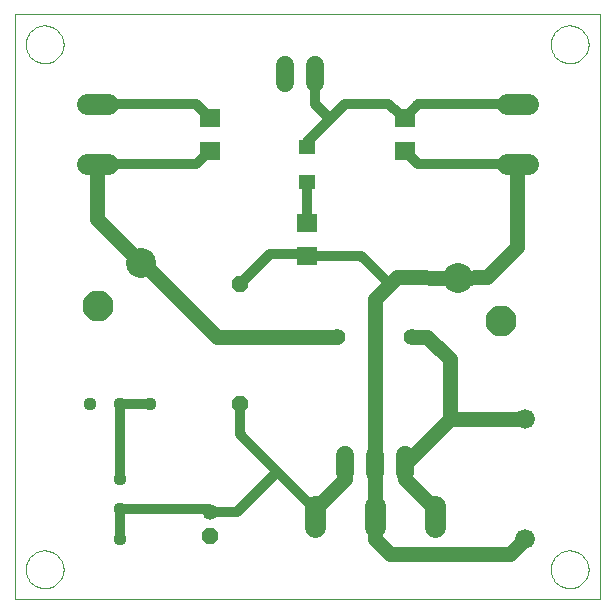
<source format=gtl>
G75*
%MOIN*%
%OFA0B0*%
%FSLAX24Y24*%
%IPPOS*%
%LPD*%
%AMOC8*
5,1,8,0,0,1.08239X$1,22.5*
%
%ADD10C,0.0000*%
%ADD11C,0.0660*%
%ADD12R,0.0709X0.0630*%
%ADD13OC8,0.0520*%
%ADD14C,0.0520*%
%ADD15C,0.0440*%
%ADD16C,0.1000*%
%ADD17C,0.0200*%
%ADD18C,0.0600*%
%ADD19C,0.0705*%
%ADD20R,0.0710X0.0630*%
%ADD21R,0.0551X0.0472*%
%ADD22C,0.0500*%
%ADD23C,0.0320*%
%ADD24C,0.0560*%
D10*
X000100Y000100D02*
X000100Y019600D01*
X019600Y019600D01*
X019600Y000100D01*
X000100Y000100D01*
X000470Y001100D02*
X000472Y001150D01*
X000478Y001200D01*
X000488Y001249D01*
X000502Y001297D01*
X000519Y001344D01*
X000540Y001389D01*
X000565Y001433D01*
X000593Y001474D01*
X000625Y001513D01*
X000659Y001550D01*
X000696Y001584D01*
X000736Y001614D01*
X000778Y001641D01*
X000822Y001665D01*
X000868Y001686D01*
X000915Y001702D01*
X000963Y001715D01*
X001013Y001724D01*
X001062Y001729D01*
X001113Y001730D01*
X001163Y001727D01*
X001212Y001720D01*
X001261Y001709D01*
X001309Y001694D01*
X001355Y001676D01*
X001400Y001654D01*
X001443Y001628D01*
X001484Y001599D01*
X001523Y001567D01*
X001559Y001532D01*
X001591Y001494D01*
X001621Y001454D01*
X001648Y001411D01*
X001671Y001367D01*
X001690Y001321D01*
X001706Y001273D01*
X001718Y001224D01*
X001726Y001175D01*
X001730Y001125D01*
X001730Y001075D01*
X001726Y001025D01*
X001718Y000976D01*
X001706Y000927D01*
X001690Y000879D01*
X001671Y000833D01*
X001648Y000789D01*
X001621Y000746D01*
X001591Y000706D01*
X001559Y000668D01*
X001523Y000633D01*
X001484Y000601D01*
X001443Y000572D01*
X001400Y000546D01*
X001355Y000524D01*
X001309Y000506D01*
X001261Y000491D01*
X001212Y000480D01*
X001163Y000473D01*
X001113Y000470D01*
X001062Y000471D01*
X001013Y000476D01*
X000963Y000485D01*
X000915Y000498D01*
X000868Y000514D01*
X000822Y000535D01*
X000778Y000559D01*
X000736Y000586D01*
X000696Y000616D01*
X000659Y000650D01*
X000625Y000687D01*
X000593Y000726D01*
X000565Y000767D01*
X000540Y000811D01*
X000519Y000856D01*
X000502Y000903D01*
X000488Y000951D01*
X000478Y001000D01*
X000472Y001050D01*
X000470Y001100D01*
X000470Y018600D02*
X000472Y018650D01*
X000478Y018700D01*
X000488Y018749D01*
X000502Y018797D01*
X000519Y018844D01*
X000540Y018889D01*
X000565Y018933D01*
X000593Y018974D01*
X000625Y019013D01*
X000659Y019050D01*
X000696Y019084D01*
X000736Y019114D01*
X000778Y019141D01*
X000822Y019165D01*
X000868Y019186D01*
X000915Y019202D01*
X000963Y019215D01*
X001013Y019224D01*
X001062Y019229D01*
X001113Y019230D01*
X001163Y019227D01*
X001212Y019220D01*
X001261Y019209D01*
X001309Y019194D01*
X001355Y019176D01*
X001400Y019154D01*
X001443Y019128D01*
X001484Y019099D01*
X001523Y019067D01*
X001559Y019032D01*
X001591Y018994D01*
X001621Y018954D01*
X001648Y018911D01*
X001671Y018867D01*
X001690Y018821D01*
X001706Y018773D01*
X001718Y018724D01*
X001726Y018675D01*
X001730Y018625D01*
X001730Y018575D01*
X001726Y018525D01*
X001718Y018476D01*
X001706Y018427D01*
X001690Y018379D01*
X001671Y018333D01*
X001648Y018289D01*
X001621Y018246D01*
X001591Y018206D01*
X001559Y018168D01*
X001523Y018133D01*
X001484Y018101D01*
X001443Y018072D01*
X001400Y018046D01*
X001355Y018024D01*
X001309Y018006D01*
X001261Y017991D01*
X001212Y017980D01*
X001163Y017973D01*
X001113Y017970D01*
X001062Y017971D01*
X001013Y017976D01*
X000963Y017985D01*
X000915Y017998D01*
X000868Y018014D01*
X000822Y018035D01*
X000778Y018059D01*
X000736Y018086D01*
X000696Y018116D01*
X000659Y018150D01*
X000625Y018187D01*
X000593Y018226D01*
X000565Y018267D01*
X000540Y018311D01*
X000519Y018356D01*
X000502Y018403D01*
X000488Y018451D01*
X000478Y018500D01*
X000472Y018550D01*
X000470Y018600D01*
X017970Y018600D02*
X017972Y018650D01*
X017978Y018700D01*
X017988Y018749D01*
X018002Y018797D01*
X018019Y018844D01*
X018040Y018889D01*
X018065Y018933D01*
X018093Y018974D01*
X018125Y019013D01*
X018159Y019050D01*
X018196Y019084D01*
X018236Y019114D01*
X018278Y019141D01*
X018322Y019165D01*
X018368Y019186D01*
X018415Y019202D01*
X018463Y019215D01*
X018513Y019224D01*
X018562Y019229D01*
X018613Y019230D01*
X018663Y019227D01*
X018712Y019220D01*
X018761Y019209D01*
X018809Y019194D01*
X018855Y019176D01*
X018900Y019154D01*
X018943Y019128D01*
X018984Y019099D01*
X019023Y019067D01*
X019059Y019032D01*
X019091Y018994D01*
X019121Y018954D01*
X019148Y018911D01*
X019171Y018867D01*
X019190Y018821D01*
X019206Y018773D01*
X019218Y018724D01*
X019226Y018675D01*
X019230Y018625D01*
X019230Y018575D01*
X019226Y018525D01*
X019218Y018476D01*
X019206Y018427D01*
X019190Y018379D01*
X019171Y018333D01*
X019148Y018289D01*
X019121Y018246D01*
X019091Y018206D01*
X019059Y018168D01*
X019023Y018133D01*
X018984Y018101D01*
X018943Y018072D01*
X018900Y018046D01*
X018855Y018024D01*
X018809Y018006D01*
X018761Y017991D01*
X018712Y017980D01*
X018663Y017973D01*
X018613Y017970D01*
X018562Y017971D01*
X018513Y017976D01*
X018463Y017985D01*
X018415Y017998D01*
X018368Y018014D01*
X018322Y018035D01*
X018278Y018059D01*
X018236Y018086D01*
X018196Y018116D01*
X018159Y018150D01*
X018125Y018187D01*
X018093Y018226D01*
X018065Y018267D01*
X018040Y018311D01*
X018019Y018356D01*
X018002Y018403D01*
X017988Y018451D01*
X017978Y018500D01*
X017972Y018550D01*
X017970Y018600D01*
X017970Y001100D02*
X017972Y001150D01*
X017978Y001200D01*
X017988Y001249D01*
X018002Y001297D01*
X018019Y001344D01*
X018040Y001389D01*
X018065Y001433D01*
X018093Y001474D01*
X018125Y001513D01*
X018159Y001550D01*
X018196Y001584D01*
X018236Y001614D01*
X018278Y001641D01*
X018322Y001665D01*
X018368Y001686D01*
X018415Y001702D01*
X018463Y001715D01*
X018513Y001724D01*
X018562Y001729D01*
X018613Y001730D01*
X018663Y001727D01*
X018712Y001720D01*
X018761Y001709D01*
X018809Y001694D01*
X018855Y001676D01*
X018900Y001654D01*
X018943Y001628D01*
X018984Y001599D01*
X019023Y001567D01*
X019059Y001532D01*
X019091Y001494D01*
X019121Y001454D01*
X019148Y001411D01*
X019171Y001367D01*
X019190Y001321D01*
X019206Y001273D01*
X019218Y001224D01*
X019226Y001175D01*
X019230Y001125D01*
X019230Y001075D01*
X019226Y001025D01*
X019218Y000976D01*
X019206Y000927D01*
X019190Y000879D01*
X019171Y000833D01*
X019148Y000789D01*
X019121Y000746D01*
X019091Y000706D01*
X019059Y000668D01*
X019023Y000633D01*
X018984Y000601D01*
X018943Y000572D01*
X018900Y000546D01*
X018855Y000524D01*
X018809Y000506D01*
X018761Y000491D01*
X018712Y000480D01*
X018663Y000473D01*
X018613Y000470D01*
X018562Y000471D01*
X018513Y000476D01*
X018463Y000485D01*
X018415Y000498D01*
X018368Y000514D01*
X018322Y000535D01*
X018278Y000559D01*
X018236Y000586D01*
X018196Y000616D01*
X018159Y000650D01*
X018125Y000687D01*
X018093Y000726D01*
X018065Y000767D01*
X018040Y000811D01*
X018019Y000856D01*
X018002Y000903D01*
X017988Y000951D01*
X017978Y001000D01*
X017972Y001050D01*
X017970Y001100D01*
D11*
X017100Y002100D03*
X017100Y006100D03*
D12*
X013100Y015049D03*
X013100Y016151D03*
X006600Y016151D03*
X006600Y015049D03*
D13*
X007600Y010600D03*
X007600Y006600D03*
X006600Y002200D03*
D14*
X006600Y003000D03*
D15*
X003600Y003100D03*
X003600Y002100D03*
X003600Y004100D03*
X003600Y006600D03*
X002600Y006600D03*
X004600Y006600D03*
D16*
X004307Y011307D03*
X014893Y010807D03*
D17*
X016373Y009094D02*
X016473Y008994D01*
X016141Y008994D01*
X015908Y009227D01*
X015908Y009559D01*
X016141Y009792D01*
X016473Y009792D01*
X016706Y009559D01*
X016706Y009227D01*
X016473Y008994D01*
X016410Y009144D01*
X016204Y009144D01*
X016058Y009290D01*
X016058Y009496D01*
X016204Y009642D01*
X016410Y009642D01*
X016556Y009496D01*
X016556Y009290D01*
X016410Y009144D01*
X016348Y009294D01*
X016266Y009294D01*
X016208Y009352D01*
X016208Y009434D01*
X016266Y009492D01*
X016348Y009492D01*
X016406Y009434D01*
X016406Y009352D01*
X016348Y009294D01*
X002594Y009827D02*
X002494Y009727D01*
X002494Y010059D01*
X002727Y010292D01*
X003059Y010292D01*
X003292Y010059D01*
X003292Y009727D01*
X003059Y009494D01*
X002727Y009494D01*
X002494Y009727D01*
X002644Y009790D01*
X002644Y009996D01*
X002790Y010142D01*
X002996Y010142D01*
X003142Y009996D01*
X003142Y009790D01*
X002996Y009644D01*
X002790Y009644D01*
X002644Y009790D01*
X002794Y009852D01*
X002794Y009934D01*
X002852Y009992D01*
X002934Y009992D01*
X002992Y009934D01*
X002992Y009852D01*
X002934Y009794D01*
X002852Y009794D01*
X002794Y009852D01*
D18*
X009100Y017300D02*
X009100Y017900D01*
X010100Y017900D02*
X010100Y017300D01*
X011100Y004900D02*
X011100Y004300D01*
X012100Y004300D02*
X012100Y004900D01*
X013100Y004900D02*
X013100Y004300D01*
D19*
X012100Y003203D02*
X012100Y002498D01*
X010100Y002498D02*
X010100Y003203D01*
X014100Y003203D02*
X014100Y002498D01*
X016498Y014600D02*
X017203Y014600D01*
X017203Y016600D02*
X016498Y016600D01*
X003203Y016600D02*
X002498Y016600D01*
X002498Y014600D02*
X003203Y014600D01*
D20*
X009850Y012660D03*
X009850Y011540D03*
D21*
X009850Y014009D03*
X009850Y015191D03*
D22*
X012850Y010850D02*
X012600Y010600D01*
X012100Y010100D01*
X012100Y004600D01*
X012100Y002850D01*
X012100Y002100D01*
X012600Y001600D01*
X016600Y001600D01*
X017100Y002100D01*
X014100Y002850D02*
X014100Y003100D01*
X013100Y004100D01*
X013100Y004600D01*
X014600Y006100D01*
X017100Y006100D01*
X014600Y006100D02*
X014600Y008100D01*
X013850Y008850D01*
X013350Y008850D01*
X012850Y010850D02*
X014893Y010807D01*
X015850Y010850D01*
X016850Y011850D01*
X016850Y014600D01*
X010850Y008850D02*
X006850Y008850D01*
X004393Y011307D01*
X004307Y011307D01*
X002850Y012764D01*
X002850Y014600D01*
X011100Y004600D02*
X011100Y004100D01*
X010100Y003100D01*
X010100Y002850D01*
D23*
X010100Y003100D02*
X008850Y004350D01*
X007500Y003000D01*
X006600Y003000D01*
X006500Y003100D01*
X003600Y003100D01*
X003600Y002100D01*
X003600Y004100D02*
X003600Y006600D01*
X004600Y006600D01*
X007600Y006600D02*
X007600Y005600D01*
X008850Y004350D01*
X007600Y010600D02*
X008600Y011600D01*
X009790Y011600D01*
X009850Y011540D01*
X011660Y011540D01*
X012600Y010600D01*
X009850Y012660D02*
X009850Y014009D01*
X009850Y015191D02*
X009850Y015350D01*
X010600Y016100D01*
X010100Y016600D01*
X010100Y017600D01*
X011100Y016600D02*
X012549Y016600D01*
X013100Y016151D01*
X013549Y016600D01*
X016850Y016600D01*
X016850Y014600D02*
X013549Y014600D01*
X013100Y015049D01*
X011100Y016600D02*
X010600Y016100D01*
X006600Y016151D02*
X006151Y016600D01*
X002850Y016600D01*
X002850Y014600D02*
X006151Y014600D01*
X006600Y015049D01*
D24*
X010850Y008850D03*
X013350Y008850D03*
M02*

</source>
